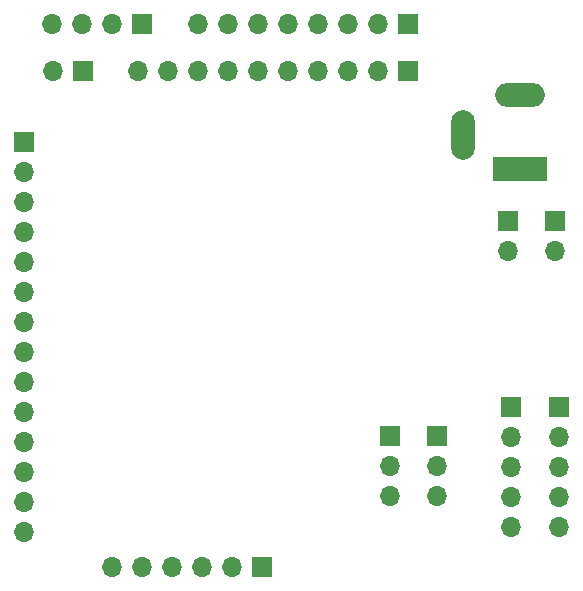
<source format=gbs>
%TF.GenerationSoftware,KiCad,Pcbnew,(5.99.0-12896-g1860893d63)*%
%TF.CreationDate,2021-10-23T11:38:25+08:00*%
%TF.ProjectId,GD32_SPINE,47443332-5f53-4504-994e-452e6b696361,rev?*%
%TF.SameCoordinates,Original*%
%TF.FileFunction,Soldermask,Bot*%
%TF.FilePolarity,Negative*%
%FSLAX46Y46*%
G04 Gerber Fmt 4.6, Leading zero omitted, Abs format (unit mm)*
G04 Created by KiCad (PCBNEW (5.99.0-12896-g1860893d63)) date 2021-10-23 11:38:25*
%MOMM*%
%LPD*%
G01*
G04 APERTURE LIST*
%ADD10R,1.700000X1.700000*%
%ADD11O,1.700000X1.700000*%
%ADD12R,4.600000X2.000000*%
%ADD13O,4.200000X2.000000*%
%ADD14O,2.000000X4.200000*%
G04 APERTURE END LIST*
D10*
%TO.C,J9*%
X143256000Y-84500000D03*
D11*
X143256000Y-87040000D03*
X143256000Y-89580000D03*
X143256000Y-92120000D03*
X143256000Y-94660000D03*
%TD*%
D10*
%TO.C,J6*%
X134500000Y-56000000D03*
D11*
X131960000Y-56000000D03*
X129420000Y-56000000D03*
X126880000Y-56000000D03*
X124340000Y-56000000D03*
X121800000Y-56000000D03*
X119260000Y-56000000D03*
X116720000Y-56000000D03*
X114180000Y-56000000D03*
X111640000Y-56000000D03*
%TD*%
D10*
%TO.C,SW1*%
X107000000Y-56000000D03*
D11*
X104460000Y-56000000D03*
%TD*%
D10*
%TO.C,J5*%
X137000000Y-86960000D03*
D11*
X137000000Y-89500000D03*
X137000000Y-92040000D03*
%TD*%
D10*
%TO.C,J11*%
X143000000Y-68725000D03*
D11*
X143000000Y-71265000D03*
%TD*%
D10*
%TO.C,J12*%
X147000000Y-68725000D03*
D11*
X147000000Y-71265000D03*
%TD*%
D10*
%TO.C,J3*%
X112000000Y-52000000D03*
D11*
X109460000Y-52000000D03*
X106920000Y-52000000D03*
X104380000Y-52000000D03*
%TD*%
D10*
%TO.C,J10*%
X147320000Y-84500000D03*
D11*
X147320000Y-87040000D03*
X147320000Y-89580000D03*
X147320000Y-92120000D03*
X147320000Y-94660000D03*
%TD*%
D10*
%TO.C,J4*%
X133000000Y-86960000D03*
D11*
X133000000Y-89500000D03*
X133000000Y-92040000D03*
%TD*%
D10*
%TO.C,J7*%
X122174000Y-98000000D03*
D11*
X119634000Y-98000000D03*
X117094000Y-98000000D03*
X114554000Y-98000000D03*
X112014000Y-98000000D03*
X109474000Y-98000000D03*
%TD*%
D12*
%TO.C,J1*%
X144000000Y-64350000D03*
D13*
X144000000Y-58050000D03*
D14*
X139200000Y-61450000D03*
%TD*%
D10*
%TO.C,J8*%
X102000000Y-62000000D03*
D11*
X102000000Y-64540000D03*
X102000000Y-67080000D03*
X102000000Y-69620000D03*
X102000000Y-72160000D03*
X102000000Y-74700000D03*
X102000000Y-77240000D03*
X102000000Y-79780000D03*
X102000000Y-82320000D03*
X102000000Y-84860000D03*
X102000000Y-87400000D03*
X102000000Y-89940000D03*
X102000000Y-92480000D03*
X102000000Y-95020000D03*
%TD*%
D10*
%TO.C,J2*%
X134500000Y-52000000D03*
D11*
X131960000Y-52000000D03*
X129420000Y-52000000D03*
X126880000Y-52000000D03*
X124340000Y-52000000D03*
X121800000Y-52000000D03*
X119260000Y-52000000D03*
X116720000Y-52000000D03*
%TD*%
M02*

</source>
